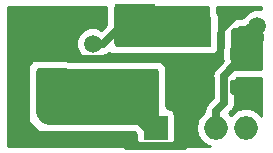
<source format=gbr>
G04 #@! TF.GenerationSoftware,KiCad,Pcbnew,(5.0.0)*
G04 #@! TF.CreationDate,2019-04-02T12:17:06-04:00*
G04 #@! TF.ProjectId,voltage-regulator-module,766F6C746167652D726567756C61746F,rev?*
G04 #@! TF.SameCoordinates,Original*
G04 #@! TF.FileFunction,Copper,L1,Top,Signal*
G04 #@! TF.FilePolarity,Positive*
%FSLAX46Y46*%
G04 Gerber Fmt 4.6, Leading zero omitted, Abs format (unit mm)*
G04 Created by KiCad (PCBNEW (5.0.0)) date 04/02/19 12:17:06*
%MOMM*%
%LPD*%
G01*
G04 APERTURE LIST*
G04 #@! TA.AperFunction,SMDPad,CuDef*
%ADD10R,1.600000X3.500000*%
G04 #@! TD*
G04 #@! TA.AperFunction,ComponentPad*
%ADD11R,2.000000X2.000000*%
G04 #@! TD*
G04 #@! TA.AperFunction,ComponentPad*
%ADD12O,2.000000X2.000000*%
G04 #@! TD*
G04 #@! TA.AperFunction,SMDPad,CuDef*
%ADD13R,3.429000X2.413000*%
G04 #@! TD*
G04 #@! TA.AperFunction,Conductor*
%ADD14C,0.100000*%
G04 #@! TD*
G04 #@! TA.AperFunction,SMDPad,CuDef*
%ADD15C,1.250000*%
G04 #@! TD*
G04 #@! TA.AperFunction,SMDPad,CuDef*
%ADD16C,0.975000*%
G04 #@! TD*
G04 #@! TA.AperFunction,SMDPad,CuDef*
%ADD17R,1.800000X2.500000*%
G04 #@! TD*
G04 #@! TA.AperFunction,ViaPad*
%ADD18C,1.500000*%
G04 #@! TD*
G04 #@! TA.AperFunction,ViaPad*
%ADD19C,0.793750*%
G04 #@! TD*
G04 #@! TA.AperFunction,Conductor*
%ADD20C,0.381000*%
G04 #@! TD*
G04 #@! TA.AperFunction,Conductor*
%ADD21C,0.635000*%
G04 #@! TD*
G04 #@! TA.AperFunction,Conductor*
%ADD22C,0.508000*%
G04 #@! TD*
G04 #@! TA.AperFunction,Conductor*
%ADD23C,0.254000*%
G04 #@! TD*
G04 APERTURE END LIST*
D10*
G04 #@! TO.P,C4,1*
G04 #@! TO.N,/Vout*
X181864000Y-122334000D03*
G04 #@! TO.P,C4,2*
G04 #@! TO.N,GND*
X181864000Y-116934000D03*
G04 #@! TD*
D11*
G04 #@! TO.P,J1,1*
G04 #@! TO.N,/Vout*
X191008000Y-125222000D03*
D12*
G04 #@! TO.P,J1,2*
G04 #@! TO.N,GND*
X193548000Y-125222000D03*
G04 #@! TO.P,J1,3*
G04 #@! TO.N,/Vin*
X196088000Y-125222000D03*
G04 #@! TO.P,J1,4*
G04 #@! TO.N,/EN*
X198628000Y-125222000D03*
G04 #@! TD*
D13*
G04 #@! TO.P,L1,1*
G04 #@! TO.N,Net-(C3-Pad1)*
X189230000Y-115951000D03*
G04 #@! TO.P,L1,2*
G04 #@! TO.N,/Vout*
X189230000Y-121793000D03*
G04 #@! TD*
D14*
G04 #@! TO.N,/Vin*
G04 #@! TO.C,C1*
G36*
X199727504Y-118372204D02*
X199751773Y-118375804D01*
X199775571Y-118381765D01*
X199798671Y-118390030D01*
X199820849Y-118400520D01*
X199841893Y-118413133D01*
X199861598Y-118427747D01*
X199879777Y-118444223D01*
X199896253Y-118462402D01*
X199910867Y-118482107D01*
X199923480Y-118503151D01*
X199933970Y-118525329D01*
X199942235Y-118548429D01*
X199948196Y-118572227D01*
X199951796Y-118596496D01*
X199953000Y-118621000D01*
X199953000Y-119371000D01*
X199951796Y-119395504D01*
X199948196Y-119419773D01*
X199942235Y-119443571D01*
X199933970Y-119466671D01*
X199923480Y-119488849D01*
X199910867Y-119509893D01*
X199896253Y-119529598D01*
X199879777Y-119547777D01*
X199861598Y-119564253D01*
X199841893Y-119578867D01*
X199820849Y-119591480D01*
X199798671Y-119601970D01*
X199775571Y-119610235D01*
X199751773Y-119616196D01*
X199727504Y-119619796D01*
X199703000Y-119621000D01*
X197553000Y-119621000D01*
X197528496Y-119619796D01*
X197504227Y-119616196D01*
X197480429Y-119610235D01*
X197457329Y-119601970D01*
X197435151Y-119591480D01*
X197414107Y-119578867D01*
X197394402Y-119564253D01*
X197376223Y-119547777D01*
X197359747Y-119529598D01*
X197345133Y-119509893D01*
X197332520Y-119488849D01*
X197322030Y-119466671D01*
X197313765Y-119443571D01*
X197307804Y-119419773D01*
X197304204Y-119395504D01*
X197303000Y-119371000D01*
X197303000Y-118621000D01*
X197304204Y-118596496D01*
X197307804Y-118572227D01*
X197313765Y-118548429D01*
X197322030Y-118525329D01*
X197332520Y-118503151D01*
X197345133Y-118482107D01*
X197359747Y-118462402D01*
X197376223Y-118444223D01*
X197394402Y-118427747D01*
X197414107Y-118413133D01*
X197435151Y-118400520D01*
X197457329Y-118390030D01*
X197480429Y-118381765D01*
X197504227Y-118375804D01*
X197528496Y-118372204D01*
X197553000Y-118371000D01*
X199703000Y-118371000D01*
X199727504Y-118372204D01*
X199727504Y-118372204D01*
G37*
D15*
G04 #@! TD*
G04 #@! TO.P,C1,1*
G04 #@! TO.N,/Vin*
X198628000Y-118996000D03*
D14*
G04 #@! TO.N,GND*
G04 #@! TO.C,C1*
G36*
X199727504Y-121172204D02*
X199751773Y-121175804D01*
X199775571Y-121181765D01*
X199798671Y-121190030D01*
X199820849Y-121200520D01*
X199841893Y-121213133D01*
X199861598Y-121227747D01*
X199879777Y-121244223D01*
X199896253Y-121262402D01*
X199910867Y-121282107D01*
X199923480Y-121303151D01*
X199933970Y-121325329D01*
X199942235Y-121348429D01*
X199948196Y-121372227D01*
X199951796Y-121396496D01*
X199953000Y-121421000D01*
X199953000Y-122171000D01*
X199951796Y-122195504D01*
X199948196Y-122219773D01*
X199942235Y-122243571D01*
X199933970Y-122266671D01*
X199923480Y-122288849D01*
X199910867Y-122309893D01*
X199896253Y-122329598D01*
X199879777Y-122347777D01*
X199861598Y-122364253D01*
X199841893Y-122378867D01*
X199820849Y-122391480D01*
X199798671Y-122401970D01*
X199775571Y-122410235D01*
X199751773Y-122416196D01*
X199727504Y-122419796D01*
X199703000Y-122421000D01*
X197553000Y-122421000D01*
X197528496Y-122419796D01*
X197504227Y-122416196D01*
X197480429Y-122410235D01*
X197457329Y-122401970D01*
X197435151Y-122391480D01*
X197414107Y-122378867D01*
X197394402Y-122364253D01*
X197376223Y-122347777D01*
X197359747Y-122329598D01*
X197345133Y-122309893D01*
X197332520Y-122288849D01*
X197322030Y-122266671D01*
X197313765Y-122243571D01*
X197307804Y-122219773D01*
X197304204Y-122195504D01*
X197303000Y-122171000D01*
X197303000Y-121421000D01*
X197304204Y-121396496D01*
X197307804Y-121372227D01*
X197313765Y-121348429D01*
X197322030Y-121325329D01*
X197332520Y-121303151D01*
X197345133Y-121282107D01*
X197359747Y-121262402D01*
X197376223Y-121244223D01*
X197394402Y-121227747D01*
X197414107Y-121213133D01*
X197435151Y-121200520D01*
X197457329Y-121190030D01*
X197480429Y-121181765D01*
X197504227Y-121175804D01*
X197528496Y-121172204D01*
X197553000Y-121171000D01*
X199703000Y-121171000D01*
X199727504Y-121172204D01*
X199727504Y-121172204D01*
G37*
D15*
G04 #@! TD*
G04 #@! TO.P,C1,2*
G04 #@! TO.N,GND*
X198628000Y-121796000D03*
D14*
G04 #@! TO.N,GND*
G04 #@! TO.C,C2*
G36*
X198600142Y-114908174D02*
X198623803Y-114911684D01*
X198647007Y-114917496D01*
X198669529Y-114925554D01*
X198691153Y-114935782D01*
X198711670Y-114948079D01*
X198730883Y-114962329D01*
X198748607Y-114978393D01*
X198764671Y-114996117D01*
X198778921Y-115015330D01*
X198791218Y-115035847D01*
X198801446Y-115057471D01*
X198809504Y-115079993D01*
X198815316Y-115103197D01*
X198818826Y-115126858D01*
X198820000Y-115150750D01*
X198820000Y-115638250D01*
X198818826Y-115662142D01*
X198815316Y-115685803D01*
X198809504Y-115709007D01*
X198801446Y-115731529D01*
X198791218Y-115753153D01*
X198778921Y-115773670D01*
X198764671Y-115792883D01*
X198748607Y-115810607D01*
X198730883Y-115826671D01*
X198711670Y-115840921D01*
X198691153Y-115853218D01*
X198669529Y-115863446D01*
X198647007Y-115871504D01*
X198623803Y-115877316D01*
X198600142Y-115880826D01*
X198576250Y-115882000D01*
X197663750Y-115882000D01*
X197639858Y-115880826D01*
X197616197Y-115877316D01*
X197592993Y-115871504D01*
X197570471Y-115863446D01*
X197548847Y-115853218D01*
X197528330Y-115840921D01*
X197509117Y-115826671D01*
X197491393Y-115810607D01*
X197475329Y-115792883D01*
X197461079Y-115773670D01*
X197448782Y-115753153D01*
X197438554Y-115731529D01*
X197430496Y-115709007D01*
X197424684Y-115685803D01*
X197421174Y-115662142D01*
X197420000Y-115638250D01*
X197420000Y-115150750D01*
X197421174Y-115126858D01*
X197424684Y-115103197D01*
X197430496Y-115079993D01*
X197438554Y-115057471D01*
X197448782Y-115035847D01*
X197461079Y-115015330D01*
X197475329Y-114996117D01*
X197491393Y-114978393D01*
X197509117Y-114962329D01*
X197528330Y-114948079D01*
X197548847Y-114935782D01*
X197570471Y-114925554D01*
X197592993Y-114917496D01*
X197616197Y-114911684D01*
X197639858Y-114908174D01*
X197663750Y-114907000D01*
X198576250Y-114907000D01*
X198600142Y-114908174D01*
X198600142Y-114908174D01*
G37*
D16*
G04 #@! TD*
G04 #@! TO.P,C2,2*
G04 #@! TO.N,GND*
X198120000Y-115394500D03*
D14*
G04 #@! TO.N,/Vin*
G04 #@! TO.C,C2*
G36*
X198600142Y-116783174D02*
X198623803Y-116786684D01*
X198647007Y-116792496D01*
X198669529Y-116800554D01*
X198691153Y-116810782D01*
X198711670Y-116823079D01*
X198730883Y-116837329D01*
X198748607Y-116853393D01*
X198764671Y-116871117D01*
X198778921Y-116890330D01*
X198791218Y-116910847D01*
X198801446Y-116932471D01*
X198809504Y-116954993D01*
X198815316Y-116978197D01*
X198818826Y-117001858D01*
X198820000Y-117025750D01*
X198820000Y-117513250D01*
X198818826Y-117537142D01*
X198815316Y-117560803D01*
X198809504Y-117584007D01*
X198801446Y-117606529D01*
X198791218Y-117628153D01*
X198778921Y-117648670D01*
X198764671Y-117667883D01*
X198748607Y-117685607D01*
X198730883Y-117701671D01*
X198711670Y-117715921D01*
X198691153Y-117728218D01*
X198669529Y-117738446D01*
X198647007Y-117746504D01*
X198623803Y-117752316D01*
X198600142Y-117755826D01*
X198576250Y-117757000D01*
X197663750Y-117757000D01*
X197639858Y-117755826D01*
X197616197Y-117752316D01*
X197592993Y-117746504D01*
X197570471Y-117738446D01*
X197548847Y-117728218D01*
X197528330Y-117715921D01*
X197509117Y-117701671D01*
X197491393Y-117685607D01*
X197475329Y-117667883D01*
X197461079Y-117648670D01*
X197448782Y-117628153D01*
X197438554Y-117606529D01*
X197430496Y-117584007D01*
X197424684Y-117560803D01*
X197421174Y-117537142D01*
X197420000Y-117513250D01*
X197420000Y-117025750D01*
X197421174Y-117001858D01*
X197424684Y-116978197D01*
X197430496Y-116954993D01*
X197438554Y-116932471D01*
X197448782Y-116910847D01*
X197461079Y-116890330D01*
X197475329Y-116871117D01*
X197491393Y-116853393D01*
X197509117Y-116837329D01*
X197528330Y-116823079D01*
X197548847Y-116810782D01*
X197570471Y-116800554D01*
X197592993Y-116792496D01*
X197616197Y-116786684D01*
X197639858Y-116783174D01*
X197663750Y-116782000D01*
X198576250Y-116782000D01*
X198600142Y-116783174D01*
X198600142Y-116783174D01*
G37*
D16*
G04 #@! TD*
G04 #@! TO.P,C2,1*
G04 #@! TO.N,/Vin*
X198120000Y-117269500D03*
D14*
G04 #@! TO.N,/Vout*
G04 #@! TO.C,C5*
G36*
X186154142Y-123798174D02*
X186177803Y-123801684D01*
X186201007Y-123807496D01*
X186223529Y-123815554D01*
X186245153Y-123825782D01*
X186265670Y-123838079D01*
X186284883Y-123852329D01*
X186302607Y-123868393D01*
X186318671Y-123886117D01*
X186332921Y-123905330D01*
X186345218Y-123925847D01*
X186355446Y-123947471D01*
X186363504Y-123969993D01*
X186369316Y-123993197D01*
X186372826Y-124016858D01*
X186374000Y-124040750D01*
X186374000Y-124528250D01*
X186372826Y-124552142D01*
X186369316Y-124575803D01*
X186363504Y-124599007D01*
X186355446Y-124621529D01*
X186345218Y-124643153D01*
X186332921Y-124663670D01*
X186318671Y-124682883D01*
X186302607Y-124700607D01*
X186284883Y-124716671D01*
X186265670Y-124730921D01*
X186245153Y-124743218D01*
X186223529Y-124753446D01*
X186201007Y-124761504D01*
X186177803Y-124767316D01*
X186154142Y-124770826D01*
X186130250Y-124772000D01*
X185217750Y-124772000D01*
X185193858Y-124770826D01*
X185170197Y-124767316D01*
X185146993Y-124761504D01*
X185124471Y-124753446D01*
X185102847Y-124743218D01*
X185082330Y-124730921D01*
X185063117Y-124716671D01*
X185045393Y-124700607D01*
X185029329Y-124682883D01*
X185015079Y-124663670D01*
X185002782Y-124643153D01*
X184992554Y-124621529D01*
X184984496Y-124599007D01*
X184978684Y-124575803D01*
X184975174Y-124552142D01*
X184974000Y-124528250D01*
X184974000Y-124040750D01*
X184975174Y-124016858D01*
X184978684Y-123993197D01*
X184984496Y-123969993D01*
X184992554Y-123947471D01*
X185002782Y-123925847D01*
X185015079Y-123905330D01*
X185029329Y-123886117D01*
X185045393Y-123868393D01*
X185063117Y-123852329D01*
X185082330Y-123838079D01*
X185102847Y-123825782D01*
X185124471Y-123815554D01*
X185146993Y-123807496D01*
X185170197Y-123801684D01*
X185193858Y-123798174D01*
X185217750Y-123797000D01*
X186130250Y-123797000D01*
X186154142Y-123798174D01*
X186154142Y-123798174D01*
G37*
D16*
G04 #@! TD*
G04 #@! TO.P,C5,1*
G04 #@! TO.N,/Vout*
X185674000Y-124284500D03*
D14*
G04 #@! TO.N,GND*
G04 #@! TO.C,C5*
G36*
X186154142Y-125673174D02*
X186177803Y-125676684D01*
X186201007Y-125682496D01*
X186223529Y-125690554D01*
X186245153Y-125700782D01*
X186265670Y-125713079D01*
X186284883Y-125727329D01*
X186302607Y-125743393D01*
X186318671Y-125761117D01*
X186332921Y-125780330D01*
X186345218Y-125800847D01*
X186355446Y-125822471D01*
X186363504Y-125844993D01*
X186369316Y-125868197D01*
X186372826Y-125891858D01*
X186374000Y-125915750D01*
X186374000Y-126403250D01*
X186372826Y-126427142D01*
X186369316Y-126450803D01*
X186363504Y-126474007D01*
X186355446Y-126496529D01*
X186345218Y-126518153D01*
X186332921Y-126538670D01*
X186318671Y-126557883D01*
X186302607Y-126575607D01*
X186284883Y-126591671D01*
X186265670Y-126605921D01*
X186245153Y-126618218D01*
X186223529Y-126628446D01*
X186201007Y-126636504D01*
X186177803Y-126642316D01*
X186154142Y-126645826D01*
X186130250Y-126647000D01*
X185217750Y-126647000D01*
X185193858Y-126645826D01*
X185170197Y-126642316D01*
X185146993Y-126636504D01*
X185124471Y-126628446D01*
X185102847Y-126618218D01*
X185082330Y-126605921D01*
X185063117Y-126591671D01*
X185045393Y-126575607D01*
X185029329Y-126557883D01*
X185015079Y-126538670D01*
X185002782Y-126518153D01*
X184992554Y-126496529D01*
X184984496Y-126474007D01*
X184978684Y-126450803D01*
X184975174Y-126427142D01*
X184974000Y-126403250D01*
X184974000Y-125915750D01*
X184975174Y-125891858D01*
X184978684Y-125868197D01*
X184984496Y-125844993D01*
X184992554Y-125822471D01*
X185002782Y-125800847D01*
X185015079Y-125780330D01*
X185029329Y-125761117D01*
X185045393Y-125743393D01*
X185063117Y-125727329D01*
X185082330Y-125713079D01*
X185102847Y-125700782D01*
X185124471Y-125690554D01*
X185146993Y-125682496D01*
X185170197Y-125676684D01*
X185193858Y-125673174D01*
X185217750Y-125672000D01*
X186130250Y-125672000D01*
X186154142Y-125673174D01*
X186154142Y-125673174D01*
G37*
D16*
G04 #@! TD*
G04 #@! TO.P,C5,2*
G04 #@! TO.N,GND*
X185674000Y-126159500D03*
D14*
G04 #@! TO.N,GND*
G04 #@! TO.C,C6*
G36*
X188440142Y-125673174D02*
X188463803Y-125676684D01*
X188487007Y-125682496D01*
X188509529Y-125690554D01*
X188531153Y-125700782D01*
X188551670Y-125713079D01*
X188570883Y-125727329D01*
X188588607Y-125743393D01*
X188604671Y-125761117D01*
X188618921Y-125780330D01*
X188631218Y-125800847D01*
X188641446Y-125822471D01*
X188649504Y-125844993D01*
X188655316Y-125868197D01*
X188658826Y-125891858D01*
X188660000Y-125915750D01*
X188660000Y-126403250D01*
X188658826Y-126427142D01*
X188655316Y-126450803D01*
X188649504Y-126474007D01*
X188641446Y-126496529D01*
X188631218Y-126518153D01*
X188618921Y-126538670D01*
X188604671Y-126557883D01*
X188588607Y-126575607D01*
X188570883Y-126591671D01*
X188551670Y-126605921D01*
X188531153Y-126618218D01*
X188509529Y-126628446D01*
X188487007Y-126636504D01*
X188463803Y-126642316D01*
X188440142Y-126645826D01*
X188416250Y-126647000D01*
X187503750Y-126647000D01*
X187479858Y-126645826D01*
X187456197Y-126642316D01*
X187432993Y-126636504D01*
X187410471Y-126628446D01*
X187388847Y-126618218D01*
X187368330Y-126605921D01*
X187349117Y-126591671D01*
X187331393Y-126575607D01*
X187315329Y-126557883D01*
X187301079Y-126538670D01*
X187288782Y-126518153D01*
X187278554Y-126496529D01*
X187270496Y-126474007D01*
X187264684Y-126450803D01*
X187261174Y-126427142D01*
X187260000Y-126403250D01*
X187260000Y-125915750D01*
X187261174Y-125891858D01*
X187264684Y-125868197D01*
X187270496Y-125844993D01*
X187278554Y-125822471D01*
X187288782Y-125800847D01*
X187301079Y-125780330D01*
X187315329Y-125761117D01*
X187331393Y-125743393D01*
X187349117Y-125727329D01*
X187368330Y-125713079D01*
X187388847Y-125700782D01*
X187410471Y-125690554D01*
X187432993Y-125682496D01*
X187456197Y-125676684D01*
X187479858Y-125673174D01*
X187503750Y-125672000D01*
X188416250Y-125672000D01*
X188440142Y-125673174D01*
X188440142Y-125673174D01*
G37*
D16*
G04 #@! TD*
G04 #@! TO.P,C6,2*
G04 #@! TO.N,GND*
X187960000Y-126159500D03*
D14*
G04 #@! TO.N,/Vout*
G04 #@! TO.C,C6*
G36*
X188440142Y-123798174D02*
X188463803Y-123801684D01*
X188487007Y-123807496D01*
X188509529Y-123815554D01*
X188531153Y-123825782D01*
X188551670Y-123838079D01*
X188570883Y-123852329D01*
X188588607Y-123868393D01*
X188604671Y-123886117D01*
X188618921Y-123905330D01*
X188631218Y-123925847D01*
X188641446Y-123947471D01*
X188649504Y-123969993D01*
X188655316Y-123993197D01*
X188658826Y-124016858D01*
X188660000Y-124040750D01*
X188660000Y-124528250D01*
X188658826Y-124552142D01*
X188655316Y-124575803D01*
X188649504Y-124599007D01*
X188641446Y-124621529D01*
X188631218Y-124643153D01*
X188618921Y-124663670D01*
X188604671Y-124682883D01*
X188588607Y-124700607D01*
X188570883Y-124716671D01*
X188551670Y-124730921D01*
X188531153Y-124743218D01*
X188509529Y-124753446D01*
X188487007Y-124761504D01*
X188463803Y-124767316D01*
X188440142Y-124770826D01*
X188416250Y-124772000D01*
X187503750Y-124772000D01*
X187479858Y-124770826D01*
X187456197Y-124767316D01*
X187432993Y-124761504D01*
X187410471Y-124753446D01*
X187388847Y-124743218D01*
X187368330Y-124730921D01*
X187349117Y-124716671D01*
X187331393Y-124700607D01*
X187315329Y-124682883D01*
X187301079Y-124663670D01*
X187288782Y-124643153D01*
X187278554Y-124621529D01*
X187270496Y-124599007D01*
X187264684Y-124575803D01*
X187261174Y-124552142D01*
X187260000Y-124528250D01*
X187260000Y-124040750D01*
X187261174Y-124016858D01*
X187264684Y-123993197D01*
X187270496Y-123969993D01*
X187278554Y-123947471D01*
X187288782Y-123925847D01*
X187301079Y-123905330D01*
X187315329Y-123886117D01*
X187331393Y-123868393D01*
X187349117Y-123852329D01*
X187368330Y-123838079D01*
X187388847Y-123825782D01*
X187410471Y-123815554D01*
X187432993Y-123807496D01*
X187456197Y-123801684D01*
X187479858Y-123798174D01*
X187503750Y-123797000D01*
X188416250Y-123797000D01*
X188440142Y-123798174D01*
X188440142Y-123798174D01*
G37*
D16*
G04 #@! TD*
G04 #@! TO.P,C6,1*
G04 #@! TO.N,/Vout*
X187960000Y-124284500D03*
D17*
G04 #@! TO.P,D1,1*
G04 #@! TO.N,Net-(C3-Pad1)*
X194818000Y-117126000D03*
G04 #@! TO.P,D1,2*
G04 #@! TO.N,GND*
X194818000Y-121126000D03*
G04 #@! TD*
D18*
G04 #@! TO.N,/Vin*
X199631782Y-116586000D03*
D19*
G04 #@! TO.N,GND*
X194056000Y-119380000D03*
D18*
X193294000Y-122428000D03*
X185674000Y-115824000D03*
D19*
X192786000Y-119380000D03*
X192786000Y-120396000D03*
X194056000Y-120396000D03*
X198397735Y-123282419D03*
D18*
G04 #@! TO.N,Net-(C3-Pad1)*
X185674000Y-118109290D03*
G04 #@! TO.N,/Vout*
X185674000Y-122428000D03*
G04 #@! TD*
D20*
G04 #@! TO.N,/Vin*
X198706500Y-117348000D02*
X198628000Y-117269500D01*
X198628000Y-117777500D02*
X198120000Y-117269500D01*
X198628000Y-118996000D02*
X198628000Y-117777500D01*
X198198500Y-117348000D02*
X198120000Y-117269500D01*
X199898000Y-117348000D02*
X198198500Y-117348000D01*
X199898000Y-117726000D02*
X198628000Y-118996000D01*
X199898000Y-117348000D02*
X199898000Y-117726000D01*
X198120000Y-117269500D02*
X198803500Y-116586000D01*
X198803500Y-116586000D02*
X199359181Y-116586000D01*
X199359181Y-116586000D02*
X199897996Y-116586000D01*
D21*
X197932290Y-119691710D02*
X198628000Y-118996000D01*
X196782290Y-120841710D02*
X197932290Y-119691710D01*
X196782290Y-123113497D02*
X196782290Y-120841710D01*
X196088000Y-123807787D02*
X196782290Y-123113497D01*
X196088000Y-125222000D02*
X196088000Y-123807787D01*
D20*
G04 #@! TO.N,GND*
X193548000Y-122396000D02*
X194818000Y-121126000D01*
X193548000Y-125222000D02*
X193548000Y-122396000D01*
X185674000Y-126159500D02*
X187960000Y-126159500D01*
X197866000Y-122558000D02*
X197866000Y-122651185D01*
X197866000Y-122651185D02*
X197866000Y-123190000D01*
X198628000Y-121796000D02*
X197866000Y-122558000D01*
X198120000Y-115394500D02*
X196342000Y-117172500D01*
X194818000Y-120776000D02*
X194818000Y-121126000D01*
X196342000Y-119252000D02*
X194818000Y-120776000D01*
X196342000Y-117172500D02*
X196342000Y-119252000D01*
X180683000Y-116934000D02*
X181864000Y-116934000D01*
X179578000Y-118039000D02*
X180683000Y-116934000D01*
X179578000Y-124206000D02*
X179578000Y-118039000D01*
X181531500Y-126159500D02*
X179578000Y-124206000D01*
X185674000Y-126159500D02*
X183642000Y-126159500D01*
X183642000Y-126159500D02*
X181531500Y-126159500D01*
X194818000Y-120142000D02*
X194056000Y-119380000D01*
X194818000Y-121126000D02*
X194818000Y-120142000D01*
X194056000Y-119380000D02*
X192786000Y-119380000D01*
X192786000Y-119380000D02*
X188214000Y-119380000D01*
X181864000Y-117884000D02*
X181864000Y-116934000D01*
X183360000Y-119380000D02*
X181864000Y-117884000D01*
D21*
X191549840Y-119380000D02*
X183642000Y-119380000D01*
X192311840Y-120142000D02*
X191549840Y-119380000D01*
D20*
X188214000Y-119380000D02*
X183642000Y-119380000D01*
X183642000Y-119380000D02*
X183360000Y-119380000D01*
D21*
X193372500Y-120142000D02*
X192311840Y-120142000D01*
X193548000Y-125222000D02*
X193548000Y-126636213D01*
X188516237Y-126715737D02*
X187960000Y-126159500D01*
X188543201Y-126742701D02*
X188516237Y-126715737D01*
X193441512Y-126742701D02*
X188543201Y-126742701D01*
X193548000Y-126636213D02*
X193441512Y-126742701D01*
D22*
X198628000Y-123052154D02*
X198397735Y-123282419D01*
X198628000Y-121796000D02*
X198628000Y-123052154D01*
D20*
G04 #@! TO.N,Net-(C3-Pad1)*
X187657500Y-117523500D02*
X189230000Y-115951000D01*
X190405000Y-117126000D02*
X189230000Y-115951000D01*
X194818000Y-117126000D02*
X190405000Y-117126000D01*
D21*
X186563710Y-118109290D02*
X185674000Y-118109290D01*
X188722000Y-115951000D02*
X186563710Y-118109290D01*
X189230000Y-115951000D02*
X188722000Y-115951000D01*
D20*
G04 #@! TO.N,/Vout*
X185674000Y-124284500D02*
X187960000Y-124284500D01*
X189230000Y-123014500D02*
X187960000Y-124284500D01*
X189230000Y-121793000D02*
X189230000Y-123014500D01*
X189054500Y-124284500D02*
X187960000Y-124284500D01*
X191008000Y-125222000D02*
X189992000Y-125222000D01*
X189992000Y-125222000D02*
X189054500Y-124284500D01*
X181864000Y-123284000D02*
X181864000Y-122334000D01*
X185674000Y-124284500D02*
X182864500Y-124284500D01*
X182864500Y-124284500D02*
X181864000Y-123284000D01*
X190500000Y-124714000D02*
X191008000Y-125222000D01*
X189230000Y-121793000D02*
X190500000Y-123063000D01*
X190500000Y-123063000D02*
X190500000Y-124714000D01*
D21*
X185674000Y-124284500D02*
X185674000Y-122936000D01*
X185674000Y-122936000D02*
X185674000Y-122428000D01*
G04 #@! TD*
D23*
G04 #@! TO.N,/Vin*
G36*
X199950000Y-120269000D02*
X197485000Y-120269000D01*
X197485000Y-117400606D01*
X198172606Y-116713000D01*
X199950000Y-116713000D01*
X199950000Y-120269000D01*
X199950000Y-120269000D01*
G37*
X199950000Y-120269000D02*
X197485000Y-120269000D01*
X197485000Y-117400606D01*
X198172606Y-116713000D01*
X199950000Y-116713000D01*
X199950000Y-120269000D01*
G04 #@! TO.N,/Vout*
G36*
X183270353Y-120277235D02*
X183548190Y-120332500D01*
X191018894Y-120332500D01*
X191135000Y-120448606D01*
X191135000Y-124661394D01*
X190955394Y-124841000D01*
X181889263Y-124841000D01*
X181502336Y-124680730D01*
X181135270Y-124313664D01*
X180975000Y-123926737D01*
X180975000Y-120448606D01*
X181154606Y-120269000D01*
X183258028Y-120269000D01*
X183270353Y-120277235D01*
X183270353Y-120277235D01*
G37*
X183270353Y-120277235D02*
X183548190Y-120332500D01*
X191018894Y-120332500D01*
X191135000Y-120448606D01*
X191135000Y-124661394D01*
X190955394Y-124841000D01*
X181889263Y-124841000D01*
X181502336Y-124680730D01*
X181135270Y-124313664D01*
X180975000Y-123926737D01*
X180975000Y-120448606D01*
X181154606Y-120269000D01*
X183258028Y-120269000D01*
X183270353Y-120277235D01*
G04 #@! TO.N,Net-(C3-Pad1)*
G36*
X195453000Y-118057394D02*
X195273394Y-118237000D01*
X187758606Y-118237000D01*
X187579000Y-118057394D01*
X187579000Y-115010000D01*
X195453000Y-115010000D01*
X195453000Y-118057394D01*
X195453000Y-118057394D01*
G37*
X195453000Y-118057394D02*
X195273394Y-118237000D01*
X187758606Y-118237000D01*
X187579000Y-118057394D01*
X187579000Y-115010000D01*
X195453000Y-115010000D01*
X195453000Y-118057394D01*
G04 #@! TO.N,GND*
G36*
X186817000Y-116508963D02*
X186410654Y-116915308D01*
X185949494Y-116724290D01*
X185398506Y-116724290D01*
X184889460Y-116935143D01*
X184499853Y-117324750D01*
X184289000Y-117833796D01*
X184289000Y-118384784D01*
X184499853Y-118893830D01*
X184889460Y-119283437D01*
X185398506Y-119494290D01*
X185949494Y-119494290D01*
X186458540Y-119283437D01*
X186685815Y-119056162D01*
X186935357Y-119006525D01*
X187065776Y-118919382D01*
X187108197Y-118961803D01*
X187149399Y-118989333D01*
X187198000Y-118999000D01*
X193795131Y-118999000D01*
X193918000Y-119023440D01*
X195718000Y-119023440D01*
X195965765Y-118974157D01*
X196175809Y-118833809D01*
X196316157Y-118623765D01*
X196365440Y-118376000D01*
X196365440Y-115876000D01*
X196316157Y-115628235D01*
X196215000Y-115476844D01*
X196215000Y-115010000D01*
X199950000Y-115010000D01*
X199950000Y-115218697D01*
X199907276Y-115201000D01*
X199356288Y-115201000D01*
X198847242Y-115411853D01*
X198457635Y-115801460D01*
X198444566Y-115833012D01*
X198267985Y-115951000D01*
X197612000Y-115951000D01*
X197563399Y-115960667D01*
X197129794Y-116140272D01*
X197088592Y-116167802D01*
X196939802Y-116316592D01*
X196912272Y-116357794D01*
X196732667Y-116791399D01*
X196723000Y-116840000D01*
X196723000Y-118281959D01*
X196655560Y-118621000D01*
X196655560Y-119371000D01*
X196697105Y-119579857D01*
X196175107Y-120101856D01*
X196095577Y-120154996D01*
X195999426Y-120298896D01*
X195885055Y-120470064D01*
X195811130Y-120841710D01*
X195829791Y-120935525D01*
X195829790Y-122718959D01*
X195480817Y-123067933D01*
X195401287Y-123121073D01*
X195257280Y-123336595D01*
X195190765Y-123436141D01*
X195116840Y-123807787D01*
X195133822Y-123893164D01*
X194909231Y-124043231D01*
X194547864Y-124584055D01*
X194420969Y-125222000D01*
X194547864Y-125859945D01*
X194909231Y-126400769D01*
X195450055Y-126762136D01*
X195630356Y-126798000D01*
X192288925Y-126798000D01*
X192465809Y-126679809D01*
X192606157Y-126469765D01*
X192655440Y-126222000D01*
X192655440Y-124222000D01*
X192606157Y-123974235D01*
X192465809Y-123764191D01*
X192255765Y-123623843D01*
X192098085Y-123592479D01*
X191897000Y-123391394D01*
X191897000Y-119888000D01*
X191887333Y-119839399D01*
X191859803Y-119798197D01*
X191605803Y-119544197D01*
X191564601Y-119516667D01*
X191516000Y-119507000D01*
X180594000Y-119507000D01*
X180545399Y-119516667D01*
X180504197Y-119544197D01*
X180250197Y-119798197D01*
X180222667Y-119839399D01*
X180213000Y-119888000D01*
X180213000Y-125222000D01*
X180222667Y-125270601D01*
X180250197Y-125311803D01*
X180504197Y-125565803D01*
X180545399Y-125593333D01*
X180594000Y-125603000D01*
X189177394Y-125603000D01*
X189360560Y-125786166D01*
X189360560Y-126222000D01*
X189409843Y-126469765D01*
X189550191Y-126679809D01*
X189727075Y-126798000D01*
X178510000Y-126798000D01*
X178510000Y-115010000D01*
X186817000Y-115010000D01*
X186817000Y-116508963D01*
X186817000Y-116508963D01*
G37*
X186817000Y-116508963D02*
X186410654Y-116915308D01*
X185949494Y-116724290D01*
X185398506Y-116724290D01*
X184889460Y-116935143D01*
X184499853Y-117324750D01*
X184289000Y-117833796D01*
X184289000Y-118384784D01*
X184499853Y-118893830D01*
X184889460Y-119283437D01*
X185398506Y-119494290D01*
X185949494Y-119494290D01*
X186458540Y-119283437D01*
X186685815Y-119056162D01*
X186935357Y-119006525D01*
X187065776Y-118919382D01*
X187108197Y-118961803D01*
X187149399Y-118989333D01*
X187198000Y-118999000D01*
X193795131Y-118999000D01*
X193918000Y-119023440D01*
X195718000Y-119023440D01*
X195965765Y-118974157D01*
X196175809Y-118833809D01*
X196316157Y-118623765D01*
X196365440Y-118376000D01*
X196365440Y-115876000D01*
X196316157Y-115628235D01*
X196215000Y-115476844D01*
X196215000Y-115010000D01*
X199950000Y-115010000D01*
X199950000Y-115218697D01*
X199907276Y-115201000D01*
X199356288Y-115201000D01*
X198847242Y-115411853D01*
X198457635Y-115801460D01*
X198444566Y-115833012D01*
X198267985Y-115951000D01*
X197612000Y-115951000D01*
X197563399Y-115960667D01*
X197129794Y-116140272D01*
X197088592Y-116167802D01*
X196939802Y-116316592D01*
X196912272Y-116357794D01*
X196732667Y-116791399D01*
X196723000Y-116840000D01*
X196723000Y-118281959D01*
X196655560Y-118621000D01*
X196655560Y-119371000D01*
X196697105Y-119579857D01*
X196175107Y-120101856D01*
X196095577Y-120154996D01*
X195999426Y-120298896D01*
X195885055Y-120470064D01*
X195811130Y-120841710D01*
X195829791Y-120935525D01*
X195829790Y-122718959D01*
X195480817Y-123067933D01*
X195401287Y-123121073D01*
X195257280Y-123336595D01*
X195190765Y-123436141D01*
X195116840Y-123807787D01*
X195133822Y-123893164D01*
X194909231Y-124043231D01*
X194547864Y-124584055D01*
X194420969Y-125222000D01*
X194547864Y-125859945D01*
X194909231Y-126400769D01*
X195450055Y-126762136D01*
X195630356Y-126798000D01*
X192288925Y-126798000D01*
X192465809Y-126679809D01*
X192606157Y-126469765D01*
X192655440Y-126222000D01*
X192655440Y-124222000D01*
X192606157Y-123974235D01*
X192465809Y-123764191D01*
X192255765Y-123623843D01*
X192098085Y-123592479D01*
X191897000Y-123391394D01*
X191897000Y-119888000D01*
X191887333Y-119839399D01*
X191859803Y-119798197D01*
X191605803Y-119544197D01*
X191564601Y-119516667D01*
X191516000Y-119507000D01*
X180594000Y-119507000D01*
X180545399Y-119516667D01*
X180504197Y-119544197D01*
X180250197Y-119798197D01*
X180222667Y-119839399D01*
X180213000Y-119888000D01*
X180213000Y-125222000D01*
X180222667Y-125270601D01*
X180250197Y-125311803D01*
X180504197Y-125565803D01*
X180545399Y-125593333D01*
X180594000Y-125603000D01*
X189177394Y-125603000D01*
X189360560Y-125786166D01*
X189360560Y-126222000D01*
X189409843Y-126469765D01*
X189550191Y-126679809D01*
X189727075Y-126798000D01*
X178510000Y-126798000D01*
X178510000Y-115010000D01*
X186817000Y-115010000D01*
X186817000Y-116508963D01*
G36*
X199950001Y-124257592D02*
X199806769Y-124043231D01*
X199265945Y-123681864D01*
X198789031Y-123587000D01*
X198466969Y-123587000D01*
X197990055Y-123681864D01*
X197449231Y-124043231D01*
X197358000Y-124179768D01*
X197266769Y-124043231D01*
X197226500Y-124016324D01*
X197389473Y-123853352D01*
X197469004Y-123800211D01*
X197679525Y-123485144D01*
X197734790Y-123207307D01*
X197734790Y-123207306D01*
X197753450Y-123113498D01*
X197734790Y-123019689D01*
X197734790Y-121236248D01*
X197940038Y-121031000D01*
X199950000Y-121031000D01*
X199950001Y-124257592D01*
X199950001Y-124257592D01*
G37*
X199950001Y-124257592D02*
X199806769Y-124043231D01*
X199265945Y-123681864D01*
X198789031Y-123587000D01*
X198466969Y-123587000D01*
X197990055Y-123681864D01*
X197449231Y-124043231D01*
X197358000Y-124179768D01*
X197266769Y-124043231D01*
X197226500Y-124016324D01*
X197389473Y-123853352D01*
X197469004Y-123800211D01*
X197679525Y-123485144D01*
X197734790Y-123207307D01*
X197734790Y-123207306D01*
X197753450Y-123113498D01*
X197734790Y-123019689D01*
X197734790Y-121236248D01*
X197940038Y-121031000D01*
X199950000Y-121031000D01*
X199950001Y-124257592D01*
G04 #@! TD*
M02*

</source>
